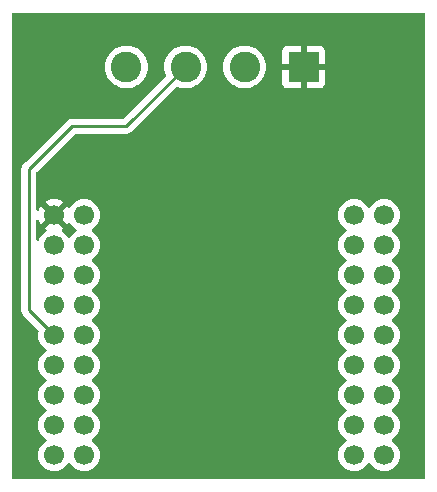
<source format=gbr>
%TF.GenerationSoftware,KiCad,Pcbnew,8.0.5*%
%TF.CreationDate,2024-09-09T20:15:27+02:00*%
%TF.ProjectId,QuinLED-ESP32-Lux,5175696e-4c45-4442-9d45-535033322d4c,rev?*%
%TF.SameCoordinates,Original*%
%TF.FileFunction,Copper,L2,Bot*%
%TF.FilePolarity,Positive*%
%FSLAX46Y46*%
G04 Gerber Fmt 4.6, Leading zero omitted, Abs format (unit mm)*
G04 Created by KiCad (PCBNEW 8.0.5) date 2024-09-09 20:15:27*
%MOMM*%
%LPD*%
G01*
G04 APERTURE LIST*
%TA.AperFunction,ComponentPad*%
%ADD10C,1.700000*%
%TD*%
%TA.AperFunction,ComponentPad*%
%ADD11C,2.600000*%
%TD*%
%TA.AperFunction,ComponentPad*%
%ADD12R,2.600000X2.600000*%
%TD*%
%TA.AperFunction,Conductor*%
%ADD13C,0.250000*%
%TD*%
G04 APERTURE END LIST*
D10*
%TO.P,U1,1,GND*%
%TO.N,GND*%
X128040793Y-78640533D03*
%TO.P,U1,2,GND\u002A*%
%TO.N,unconnected-(U1-GND\u002A-Pad2)*%
X128040793Y-81180533D03*
%TO.P,U1,3,S_VN*%
%TO.N,unconnected-(U1-S_VN-Pad3)*%
X128040793Y-83720533D03*
%TO.P,U1,4,IO35*%
%TO.N,unconnected-(U1-IO35-Pad4)*%
X128040793Y-86260533D03*
%TO.P,U1,5,IO33*%
%TO.N,GPIO33*%
X128040793Y-88800533D03*
%TO.P,U1,6,IO34*%
%TO.N,unconnected-(U1-IO34-Pad6)*%
X128040793Y-91340533D03*
%TO.P,U1,7,IO14*%
%TO.N,unconnected-(U1-IO14-Pad7)*%
X128040793Y-93880533D03*
%TO.P,U1,8,3v3\u002A*%
%TO.N,unconnected-(U1-3v3\u002A-Pad8)*%
X128040793Y-96420533D03*
%TO.P,U1,9,5vF\u002A*%
%TO.N,+5V*%
X128040793Y-98960533D03*
%TO.P,U1,10,EN*%
%TO.N,unconnected-(U1-EN-Pad10)*%
X130580793Y-78640533D03*
%TO.P,U1,11,S_VP*%
%TO.N,unconnected-(U1-S_VP-Pad11)*%
X130580793Y-81180533D03*
%TO.P,U1,12,IO26*%
%TO.N,unconnected-(U1-IO26-Pad12)*%
X130580793Y-83720533D03*
%TO.P,U1,13,IO18*%
%TO.N,unconnected-(U1-IO18-Pad13)*%
X130580793Y-86260533D03*
%TO.P,U1,14,IO19*%
%TO.N,unconnected-(U1-IO19-Pad14)*%
X130580793Y-88800533D03*
%TO.P,U1,15,IO23*%
%TO.N,unconnected-(U1-IO23-Pad15)*%
X130580793Y-91340533D03*
%TO.P,U1,16,IO5*%
%TO.N,unconnected-(U1-IO5-Pad16)*%
X130580793Y-93880533D03*
%TO.P,U1,17,3v3*%
%TO.N,unconnected-(U1-3v3-Pad17)*%
X130580793Y-96420533D03*
%TO.P,U1,18,IO13*%
%TO.N,unconnected-(U1-IO13-Pad18)*%
X130580793Y-98960533D03*
%TO.P,U1,19,TXD*%
%TO.N,unconnected-(U1-TXD-Pad19)*%
X153440793Y-78640533D03*
%TO.P,U1,20,RXD*%
%TO.N,unconnected-(U1-RXD-Pad20)*%
X153440793Y-81180533D03*
%TO.P,U1,21,IO22*%
%TO.N,unconnected-(U1-IO22-Pad21)*%
X153440793Y-83720533D03*
%TO.P,U1,22,IO21*%
%TO.N,unconnected-(U1-IO21-Pad22)*%
X153440793Y-86260533D03*
%TO.P,U1,23,IO17*%
%TO.N,unconnected-(U1-IO17-Pad23)*%
X153440793Y-88800533D03*
%TO.P,U1,24,IO16*%
%TO.N,unconnected-(U1-IO16-Pad24)*%
X153440793Y-91340533D03*
%TO.P,U1,25,GND*%
%TO.N,unconnected-(U1-GND-Pad25)*%
X153440793Y-93880533D03*
%TO.P,U1,26,5v0*%
%TO.N,unconnected-(U1-5v0-Pad26)*%
X153440793Y-96420533D03*
%TO.P,U1,27,IO15*%
%TO.N,unconnected-(U1-IO15-Pad27)*%
X153440793Y-98960533D03*
%TO.P,U1,28,GND*%
%TO.N,unconnected-(U1-GND-Pad28)*%
X155980793Y-78640533D03*
%TO.P,U1,29,IO27*%
%TO.N,unconnected-(U1-IO27-Pad29)*%
X155980793Y-81180533D03*
%TO.P,U1,30,IO25*%
%TO.N,unconnected-(U1-IO25-Pad30)*%
X155980793Y-83720533D03*
%TO.P,U1,31,IO32*%
%TO.N,GPIO32*%
X155980793Y-86260533D03*
%TO.P,U1,32,IO12*%
%TO.N,unconnected-(U1-IO12-Pad32)*%
X155980793Y-88800533D03*
%TO.P,U1,33,IO_4*%
%TO.N,unconnected-(U1-IO_4-Pad33)*%
X155980793Y-91340533D03*
%TO.P,U1,34,IO_0*%
%TO.N,unconnected-(U1-IO_0-Pad34)*%
X155980793Y-93880533D03*
%TO.P,U1,35,IO_2*%
%TO.N,unconnected-(U1-IO_2-Pad35)*%
X155980793Y-96420533D03*
%TO.P,U1,36,NC*%
%TO.N,unconnected-(U1-NC-Pad36)*%
X155980793Y-98960533D03*
%TD*%
D11*
%TO.P,J1,4,Pin_4*%
%TO.N,+5V*%
X134161010Y-66091422D03*
%TO.P,J1,3,Pin_3*%
%TO.N,GPIO33*%
X139161010Y-66091422D03*
%TO.P,J1,2,Pin_2*%
%TO.N,GPIO32*%
X144161010Y-66091422D03*
D12*
%TO.P,J1,1,Pin_1*%
%TO.N,GND*%
X149161010Y-66091422D03*
%TD*%
D13*
%TO.N,GPIO33*%
X134132432Y-71120000D02*
X139161010Y-66091422D01*
X129540000Y-71120000D02*
X134132432Y-71120000D01*
X125898014Y-86657754D02*
X128040793Y-88800533D01*
X129540000Y-71120000D02*
X125944708Y-74715292D01*
X125898014Y-74715292D02*
X125898014Y-86657754D01*
X125944708Y-74715292D02*
X125898014Y-74715292D01*
%TD*%
%TA.AperFunction,Conductor*%
%TO.N,GND*%
G36*
X127574868Y-78833526D02*
G01*
X127640694Y-78947540D01*
X127733786Y-79040632D01*
X127847800Y-79106458D01*
X127911383Y-79123495D01*
X127279418Y-79755458D01*
X127355387Y-79808652D01*
X127399012Y-79863229D01*
X127406206Y-79932727D01*
X127374683Y-79995082D01*
X127355388Y-80011802D01*
X127169387Y-80142041D01*
X127002298Y-80309130D01*
X126866758Y-80502702D01*
X126866757Y-80502704D01*
X126766891Y-80716868D01*
X126765036Y-80721964D01*
X126763596Y-80721439D01*
X126730921Y-80775043D01*
X126668073Y-80805570D01*
X126598697Y-80797273D01*
X126544821Y-80752785D01*
X126523549Y-80686233D01*
X126523514Y-80683286D01*
X126523514Y-79135845D01*
X126543199Y-79068806D01*
X126596003Y-79023051D01*
X126665161Y-79013107D01*
X126728717Y-79042132D01*
X126765273Y-79099015D01*
X126765508Y-79098930D01*
X126765886Y-79099968D01*
X126766491Y-79100910D01*
X126767290Y-79103757D01*
X126767359Y-79104015D01*
X126767363Y-79104025D01*
X126867193Y-79318112D01*
X126867195Y-79318116D01*
X126925865Y-79401906D01*
X126925866Y-79401906D01*
X127557830Y-78769942D01*
X127574868Y-78833526D01*
G37*
%TD.AperFunction*%
%TA.AperFunction,Conductor*%
G36*
X129155718Y-79401906D02*
G01*
X129208912Y-79325938D01*
X129263489Y-79282314D01*
X129332988Y-79275121D01*
X129395342Y-79306643D01*
X129412062Y-79325938D01*
X129542298Y-79511934D01*
X129542299Y-79511935D01*
X129709390Y-79679026D01*
X129709396Y-79679031D01*
X129894951Y-79808958D01*
X129938576Y-79863535D01*
X129945770Y-79933033D01*
X129914247Y-79995388D01*
X129894951Y-80012108D01*
X129709390Y-80142038D01*
X129542298Y-80309130D01*
X129412368Y-80494691D01*
X129357791Y-80538316D01*
X129288293Y-80545510D01*
X129225938Y-80513987D01*
X129209218Y-80494691D01*
X129079287Y-80309130D01*
X128912195Y-80142039D01*
X128912194Y-80142038D01*
X128726198Y-80011802D01*
X128682574Y-79957225D01*
X128675381Y-79887726D01*
X128706903Y-79825372D01*
X128726198Y-79808652D01*
X128802166Y-79755458D01*
X128170202Y-79123495D01*
X128233786Y-79106458D01*
X128347800Y-79040632D01*
X128440892Y-78947540D01*
X128506718Y-78833526D01*
X128523755Y-78769942D01*
X129155718Y-79401906D01*
G37*
%TD.AperFunction*%
%TA.AperFunction,Conductor*%
G36*
X159403039Y-61520448D02*
G01*
X159448794Y-61573252D01*
X159460000Y-61624763D01*
X159460000Y-100836000D01*
X159440315Y-100903039D01*
X159387511Y-100948794D01*
X159336000Y-100960000D01*
X124584000Y-100960000D01*
X124516961Y-100940315D01*
X124471206Y-100887511D01*
X124460000Y-100836000D01*
X124460000Y-74653681D01*
X125272514Y-74653681D01*
X125272514Y-86719365D01*
X125296549Y-86840198D01*
X125296554Y-86840215D01*
X125343699Y-86954034D01*
X125343704Y-86954043D01*
X125377928Y-87005261D01*
X125377929Y-87005263D01*
X125412155Y-87056487D01*
X125503600Y-87147932D01*
X125503622Y-87147952D01*
X126700555Y-88344885D01*
X126734040Y-88406208D01*
X126732649Y-88464659D01*
X126705731Y-88565119D01*
X126705729Y-88565129D01*
X126685134Y-88800532D01*
X126685134Y-88800533D01*
X126705729Y-89035936D01*
X126705731Y-89035946D01*
X126766887Y-89264188D01*
X126766889Y-89264192D01*
X126766890Y-89264196D01*
X126770793Y-89272565D01*
X126866758Y-89478363D01*
X126866760Y-89478367D01*
X126975074Y-89633054D01*
X127002294Y-89671929D01*
X127002299Y-89671935D01*
X127169390Y-89839026D01*
X127169396Y-89839031D01*
X127354951Y-89968958D01*
X127398576Y-90023535D01*
X127405770Y-90093033D01*
X127374247Y-90155388D01*
X127354951Y-90172108D01*
X127169390Y-90302038D01*
X127002298Y-90469130D01*
X126866758Y-90662702D01*
X126866757Y-90662704D01*
X126766891Y-90876868D01*
X126766887Y-90876877D01*
X126705731Y-91105119D01*
X126705729Y-91105129D01*
X126685134Y-91340532D01*
X126685134Y-91340533D01*
X126705729Y-91575936D01*
X126705731Y-91575946D01*
X126766887Y-91804188D01*
X126766889Y-91804192D01*
X126766890Y-91804196D01*
X126770793Y-91812565D01*
X126866758Y-92018363D01*
X126866760Y-92018367D01*
X126975074Y-92173054D01*
X127002294Y-92211929D01*
X127002299Y-92211935D01*
X127169390Y-92379026D01*
X127169396Y-92379031D01*
X127354951Y-92508958D01*
X127398576Y-92563535D01*
X127405770Y-92633033D01*
X127374247Y-92695388D01*
X127354951Y-92712108D01*
X127169390Y-92842038D01*
X127002298Y-93009130D01*
X126866758Y-93202702D01*
X126866757Y-93202704D01*
X126766891Y-93416868D01*
X126766887Y-93416877D01*
X126705731Y-93645119D01*
X126705729Y-93645129D01*
X126685134Y-93880532D01*
X126685134Y-93880533D01*
X126705729Y-94115936D01*
X126705731Y-94115946D01*
X126766887Y-94344188D01*
X126766889Y-94344192D01*
X126766890Y-94344196D01*
X126770793Y-94352565D01*
X126866758Y-94558363D01*
X126866760Y-94558367D01*
X126975074Y-94713054D01*
X127002294Y-94751929D01*
X127002299Y-94751935D01*
X127169390Y-94919026D01*
X127169396Y-94919031D01*
X127354951Y-95048958D01*
X127398576Y-95103535D01*
X127405770Y-95173033D01*
X127374247Y-95235388D01*
X127354951Y-95252108D01*
X127169390Y-95382038D01*
X127002298Y-95549130D01*
X126866758Y-95742702D01*
X126866757Y-95742704D01*
X126766891Y-95956868D01*
X126766887Y-95956877D01*
X126705731Y-96185119D01*
X126705729Y-96185129D01*
X126685134Y-96420532D01*
X126685134Y-96420533D01*
X126705729Y-96655936D01*
X126705731Y-96655946D01*
X126766887Y-96884188D01*
X126766889Y-96884192D01*
X126766890Y-96884196D01*
X126770793Y-96892565D01*
X126866758Y-97098363D01*
X126866760Y-97098367D01*
X126975074Y-97253054D01*
X127002294Y-97291929D01*
X127002299Y-97291935D01*
X127169390Y-97459026D01*
X127169396Y-97459031D01*
X127354951Y-97588958D01*
X127398576Y-97643535D01*
X127405770Y-97713033D01*
X127374247Y-97775388D01*
X127354951Y-97792108D01*
X127169390Y-97922038D01*
X127002298Y-98089130D01*
X126866758Y-98282702D01*
X126866757Y-98282704D01*
X126766891Y-98496868D01*
X126766887Y-98496877D01*
X126705731Y-98725119D01*
X126705729Y-98725129D01*
X126685134Y-98960532D01*
X126685134Y-98960533D01*
X126705729Y-99195936D01*
X126705731Y-99195946D01*
X126766887Y-99424188D01*
X126766889Y-99424192D01*
X126766890Y-99424196D01*
X126770793Y-99432565D01*
X126866758Y-99638363D01*
X126866760Y-99638367D01*
X126975074Y-99793054D01*
X127002298Y-99831934D01*
X127169392Y-99999028D01*
X127266177Y-100066798D01*
X127362958Y-100134565D01*
X127362960Y-100134566D01*
X127362963Y-100134568D01*
X127577130Y-100234436D01*
X127805385Y-100295596D01*
X127993711Y-100312072D01*
X128040792Y-100316192D01*
X128040793Y-100316192D01*
X128040794Y-100316192D01*
X128080027Y-100312759D01*
X128276201Y-100295596D01*
X128504456Y-100234436D01*
X128718623Y-100134568D01*
X128912194Y-99999028D01*
X129079288Y-99831934D01*
X129209218Y-99646375D01*
X129263795Y-99602750D01*
X129333293Y-99595556D01*
X129395648Y-99627079D01*
X129412368Y-99646375D01*
X129542293Y-99831928D01*
X129542298Y-99831934D01*
X129709392Y-99999028D01*
X129806177Y-100066798D01*
X129902958Y-100134565D01*
X129902960Y-100134566D01*
X129902963Y-100134568D01*
X130117130Y-100234436D01*
X130345385Y-100295596D01*
X130533711Y-100312072D01*
X130580792Y-100316192D01*
X130580793Y-100316192D01*
X130580794Y-100316192D01*
X130620027Y-100312759D01*
X130816201Y-100295596D01*
X131044456Y-100234436D01*
X131258623Y-100134568D01*
X131452194Y-99999028D01*
X131619288Y-99831934D01*
X131754828Y-99638363D01*
X131854696Y-99424196D01*
X131915856Y-99195941D01*
X131936452Y-98960533D01*
X131915856Y-98725125D01*
X131854696Y-98496870D01*
X131754828Y-98282704D01*
X131749218Y-98274691D01*
X131619287Y-98089130D01*
X131452195Y-97922039D01*
X131452189Y-97922034D01*
X131266635Y-97792108D01*
X131223010Y-97737531D01*
X131215816Y-97668033D01*
X131247339Y-97605678D01*
X131266635Y-97588958D01*
X131288819Y-97573424D01*
X131452194Y-97459028D01*
X131619288Y-97291934D01*
X131754828Y-97098363D01*
X131854696Y-96884196D01*
X131915856Y-96655941D01*
X131936452Y-96420533D01*
X131915856Y-96185125D01*
X131854696Y-95956870D01*
X131754828Y-95742704D01*
X131749218Y-95734691D01*
X131619287Y-95549130D01*
X131452195Y-95382039D01*
X131452189Y-95382034D01*
X131266635Y-95252108D01*
X131223010Y-95197531D01*
X131215816Y-95128033D01*
X131247339Y-95065678D01*
X131266635Y-95048958D01*
X131288819Y-95033424D01*
X131452194Y-94919028D01*
X131619288Y-94751934D01*
X131754828Y-94558363D01*
X131854696Y-94344196D01*
X131915856Y-94115941D01*
X131936452Y-93880533D01*
X131915856Y-93645125D01*
X131854696Y-93416870D01*
X131754828Y-93202704D01*
X131749218Y-93194691D01*
X131619287Y-93009130D01*
X131452195Y-92842039D01*
X131452189Y-92842034D01*
X131266635Y-92712108D01*
X131223010Y-92657531D01*
X131215816Y-92588033D01*
X131247339Y-92525678D01*
X131266635Y-92508958D01*
X131288819Y-92493424D01*
X131452194Y-92379028D01*
X131619288Y-92211934D01*
X131754828Y-92018363D01*
X131854696Y-91804196D01*
X131915856Y-91575941D01*
X131936452Y-91340533D01*
X131915856Y-91105125D01*
X131854696Y-90876870D01*
X131754828Y-90662704D01*
X131749218Y-90654691D01*
X131619287Y-90469130D01*
X131452195Y-90302039D01*
X131452189Y-90302034D01*
X131266635Y-90172108D01*
X131223010Y-90117531D01*
X131215816Y-90048033D01*
X131247339Y-89985678D01*
X131266635Y-89968958D01*
X131288819Y-89953424D01*
X131452194Y-89839028D01*
X131619288Y-89671934D01*
X131754828Y-89478363D01*
X131854696Y-89264196D01*
X131915856Y-89035941D01*
X131936452Y-88800533D01*
X131915856Y-88565125D01*
X131854696Y-88336870D01*
X131754828Y-88122704D01*
X131749218Y-88114691D01*
X131619287Y-87929130D01*
X131452195Y-87762039D01*
X131452189Y-87762034D01*
X131266635Y-87632108D01*
X131223010Y-87577531D01*
X131215816Y-87508033D01*
X131247339Y-87445678D01*
X131266635Y-87428958D01*
X131288819Y-87413424D01*
X131452194Y-87299028D01*
X131619288Y-87131934D01*
X131754828Y-86938363D01*
X131854696Y-86724196D01*
X131915856Y-86495941D01*
X131936452Y-86260533D01*
X131915856Y-86025125D01*
X131854696Y-85796870D01*
X131754828Y-85582704D01*
X131749218Y-85574691D01*
X131619287Y-85389130D01*
X131452195Y-85222039D01*
X131452189Y-85222034D01*
X131266635Y-85092108D01*
X131223010Y-85037531D01*
X131215816Y-84968033D01*
X131247339Y-84905678D01*
X131266635Y-84888958D01*
X131288819Y-84873424D01*
X131452194Y-84759028D01*
X131619288Y-84591934D01*
X131754828Y-84398363D01*
X131854696Y-84184196D01*
X131915856Y-83955941D01*
X131936452Y-83720533D01*
X131915856Y-83485125D01*
X131854696Y-83256870D01*
X131754828Y-83042704D01*
X131749218Y-83034691D01*
X131619287Y-82849130D01*
X131452195Y-82682039D01*
X131452189Y-82682034D01*
X131266635Y-82552108D01*
X131223010Y-82497531D01*
X131215816Y-82428033D01*
X131247339Y-82365678D01*
X131266635Y-82348958D01*
X131288819Y-82333424D01*
X131452194Y-82219028D01*
X131619288Y-82051934D01*
X131754828Y-81858363D01*
X131854696Y-81644196D01*
X131915856Y-81415941D01*
X131936452Y-81180533D01*
X131915856Y-80945125D01*
X131854696Y-80716870D01*
X131754828Y-80502704D01*
X131749218Y-80494691D01*
X131619287Y-80309130D01*
X131452195Y-80142039D01*
X131452189Y-80142034D01*
X131266635Y-80012108D01*
X131223010Y-79957531D01*
X131215816Y-79888033D01*
X131247339Y-79825678D01*
X131266635Y-79808958D01*
X131343041Y-79755458D01*
X131452194Y-79679028D01*
X131619288Y-79511934D01*
X131754828Y-79318363D01*
X131854696Y-79104196D01*
X131915856Y-78875941D01*
X131936452Y-78640533D01*
X131936452Y-78640532D01*
X152085134Y-78640532D01*
X152085134Y-78640533D01*
X152105729Y-78875936D01*
X152105731Y-78875946D01*
X152166887Y-79104188D01*
X152166889Y-79104192D01*
X152166890Y-79104196D01*
X152246594Y-79275121D01*
X152266758Y-79318363D01*
X152266760Y-79318367D01*
X152325255Y-79401906D01*
X152402297Y-79511933D01*
X152402299Y-79511935D01*
X152569390Y-79679026D01*
X152569396Y-79679031D01*
X152754951Y-79808958D01*
X152798576Y-79863535D01*
X152805770Y-79933033D01*
X152774247Y-79995388D01*
X152754951Y-80012108D01*
X152569390Y-80142038D01*
X152402298Y-80309130D01*
X152266758Y-80502702D01*
X152266757Y-80502704D01*
X152166891Y-80716868D01*
X152166887Y-80716877D01*
X152105731Y-80945119D01*
X152105729Y-80945129D01*
X152085134Y-81180532D01*
X152085134Y-81180533D01*
X152105729Y-81415936D01*
X152105731Y-81415946D01*
X152166887Y-81644188D01*
X152166889Y-81644192D01*
X152166890Y-81644196D01*
X152246797Y-81815556D01*
X152266758Y-81858363D01*
X152266760Y-81858367D01*
X152375074Y-82013054D01*
X152402294Y-82051929D01*
X152402299Y-82051935D01*
X152569390Y-82219026D01*
X152569396Y-82219031D01*
X152754951Y-82348958D01*
X152798576Y-82403535D01*
X152805770Y-82473033D01*
X152774247Y-82535388D01*
X152754951Y-82552108D01*
X152569390Y-82682038D01*
X152402298Y-82849130D01*
X152266758Y-83042702D01*
X152266757Y-83042704D01*
X152166891Y-83256868D01*
X152166887Y-83256877D01*
X152105731Y-83485119D01*
X152105729Y-83485129D01*
X152085134Y-83720532D01*
X152085134Y-83720533D01*
X152105729Y-83955936D01*
X152105731Y-83955946D01*
X152166887Y-84184188D01*
X152166889Y-84184192D01*
X152166890Y-84184196D01*
X152246797Y-84355556D01*
X152266758Y-84398363D01*
X152266760Y-84398367D01*
X152375074Y-84553054D01*
X152402294Y-84591929D01*
X152402299Y-84591935D01*
X152569390Y-84759026D01*
X152569396Y-84759031D01*
X152754951Y-84888958D01*
X152798576Y-84943535D01*
X152805770Y-85013033D01*
X152774247Y-85075388D01*
X152754951Y-85092108D01*
X152569390Y-85222038D01*
X152402298Y-85389130D01*
X152266758Y-85582702D01*
X152266757Y-85582704D01*
X152166891Y-85796868D01*
X152166887Y-85796877D01*
X152105731Y-86025119D01*
X152105729Y-86025129D01*
X152085134Y-86260532D01*
X152085134Y-86260533D01*
X152105729Y-86495936D01*
X152105731Y-86495946D01*
X152166887Y-86724188D01*
X152166889Y-86724192D01*
X152166890Y-86724196D01*
X152170793Y-86732565D01*
X152266758Y-86938363D01*
X152266760Y-86938367D01*
X152349469Y-87056487D01*
X152402294Y-87131929D01*
X152402299Y-87131935D01*
X152569390Y-87299026D01*
X152569396Y-87299031D01*
X152754951Y-87428958D01*
X152798576Y-87483535D01*
X152805770Y-87553033D01*
X152774247Y-87615388D01*
X152754951Y-87632108D01*
X152569390Y-87762038D01*
X152402298Y-87929130D01*
X152266758Y-88122702D01*
X152266757Y-88122704D01*
X152166891Y-88336868D01*
X152166887Y-88336877D01*
X152105731Y-88565119D01*
X152105729Y-88565129D01*
X152085134Y-88800532D01*
X152085134Y-88800533D01*
X152105729Y-89035936D01*
X152105731Y-89035946D01*
X152166887Y-89264188D01*
X152166889Y-89264192D01*
X152166890Y-89264196D01*
X152170793Y-89272565D01*
X152266758Y-89478363D01*
X152266760Y-89478367D01*
X152375074Y-89633054D01*
X152402294Y-89671929D01*
X152402299Y-89671935D01*
X152569390Y-89839026D01*
X152569396Y-89839031D01*
X152754951Y-89968958D01*
X152798576Y-90023535D01*
X152805770Y-90093033D01*
X152774247Y-90155388D01*
X152754951Y-90172108D01*
X152569390Y-90302038D01*
X152402298Y-90469130D01*
X152266758Y-90662702D01*
X152266757Y-90662704D01*
X152166891Y-90876868D01*
X152166887Y-90876877D01*
X152105731Y-91105119D01*
X152105729Y-91105129D01*
X152085134Y-91340532D01*
X152085134Y-91340533D01*
X152105729Y-91575936D01*
X152105731Y-91575946D01*
X152166887Y-91804188D01*
X152166889Y-91804192D01*
X152166890Y-91804196D01*
X152170793Y-91812565D01*
X152266758Y-92018363D01*
X152266760Y-92018367D01*
X152375074Y-92173054D01*
X152402294Y-92211929D01*
X152402299Y-92211935D01*
X152569390Y-92379026D01*
X152569396Y-92379031D01*
X152754951Y-92508958D01*
X152798576Y-92563535D01*
X152805770Y-92633033D01*
X152774247Y-92695388D01*
X152754951Y-92712108D01*
X152569390Y-92842038D01*
X152402298Y-93009130D01*
X152266758Y-93202702D01*
X152266757Y-93202704D01*
X152166891Y-93416868D01*
X152166887Y-93416877D01*
X152105731Y-93645119D01*
X152105729Y-93645129D01*
X152085134Y-93880532D01*
X152085134Y-93880533D01*
X152105729Y-94115936D01*
X152105731Y-94115946D01*
X152166887Y-94344188D01*
X152166889Y-94344192D01*
X152166890Y-94344196D01*
X152170793Y-94352565D01*
X152266758Y-94558363D01*
X152266760Y-94558367D01*
X152375074Y-94713054D01*
X152402294Y-94751929D01*
X152402299Y-94751935D01*
X152569390Y-94919026D01*
X152569396Y-94919031D01*
X152754951Y-95048958D01*
X152798576Y-95103535D01*
X152805770Y-95173033D01*
X152774247Y-95235388D01*
X152754951Y-95252108D01*
X152569390Y-95382038D01*
X152402298Y-95549130D01*
X152266758Y-95742702D01*
X152266757Y-95742704D01*
X152166891Y-95956868D01*
X152166887Y-95956877D01*
X152105731Y-96185119D01*
X152105729Y-96185129D01*
X152085134Y-96420532D01*
X152085134Y-96420533D01*
X152105729Y-96655936D01*
X152105731Y-96655946D01*
X152166887Y-96884188D01*
X152166889Y-96884192D01*
X152166890Y-96884196D01*
X152170793Y-96892565D01*
X152266758Y-97098363D01*
X152266760Y-97098367D01*
X152375074Y-97253054D01*
X152402294Y-97291929D01*
X152402299Y-97291935D01*
X152569390Y-97459026D01*
X152569396Y-97459031D01*
X152754951Y-97588958D01*
X152798576Y-97643535D01*
X152805770Y-97713033D01*
X152774247Y-97775388D01*
X152754951Y-97792108D01*
X152569390Y-97922038D01*
X152402298Y-98089130D01*
X152266758Y-98282702D01*
X152266757Y-98282704D01*
X152166891Y-98496868D01*
X152166887Y-98496877D01*
X152105731Y-98725119D01*
X152105729Y-98725129D01*
X152085134Y-98960532D01*
X152085134Y-98960533D01*
X152105729Y-99195936D01*
X152105731Y-99195946D01*
X152166887Y-99424188D01*
X152166889Y-99424192D01*
X152166890Y-99424196D01*
X152170793Y-99432565D01*
X152266758Y-99638363D01*
X152266760Y-99638367D01*
X152375074Y-99793054D01*
X152402298Y-99831934D01*
X152569392Y-99999028D01*
X152666177Y-100066798D01*
X152762958Y-100134565D01*
X152762960Y-100134566D01*
X152762963Y-100134568D01*
X152977130Y-100234436D01*
X153205385Y-100295596D01*
X153393711Y-100312072D01*
X153440792Y-100316192D01*
X153440793Y-100316192D01*
X153440794Y-100316192D01*
X153480027Y-100312759D01*
X153676201Y-100295596D01*
X153904456Y-100234436D01*
X154118623Y-100134568D01*
X154312194Y-99999028D01*
X154479288Y-99831934D01*
X154609218Y-99646375D01*
X154663795Y-99602750D01*
X154733293Y-99595556D01*
X154795648Y-99627079D01*
X154812368Y-99646375D01*
X154942293Y-99831928D01*
X154942298Y-99831934D01*
X155109392Y-99999028D01*
X155206177Y-100066798D01*
X155302958Y-100134565D01*
X155302960Y-100134566D01*
X155302963Y-100134568D01*
X155517130Y-100234436D01*
X155745385Y-100295596D01*
X155933711Y-100312072D01*
X155980792Y-100316192D01*
X155980793Y-100316192D01*
X155980794Y-100316192D01*
X156020027Y-100312759D01*
X156216201Y-100295596D01*
X156444456Y-100234436D01*
X156658623Y-100134568D01*
X156852194Y-99999028D01*
X157019288Y-99831934D01*
X157154828Y-99638363D01*
X157254696Y-99424196D01*
X157315856Y-99195941D01*
X157336452Y-98960533D01*
X157315856Y-98725125D01*
X157254696Y-98496870D01*
X157154828Y-98282704D01*
X157149218Y-98274691D01*
X157019287Y-98089130D01*
X156852195Y-97922039D01*
X156852189Y-97922034D01*
X156666635Y-97792108D01*
X156623010Y-97737531D01*
X156615816Y-97668033D01*
X156647339Y-97605678D01*
X156666635Y-97588958D01*
X156688819Y-97573424D01*
X156852194Y-97459028D01*
X157019288Y-97291934D01*
X157154828Y-97098363D01*
X157254696Y-96884196D01*
X157315856Y-96655941D01*
X157336452Y-96420533D01*
X157315856Y-96185125D01*
X157254696Y-95956870D01*
X157154828Y-95742704D01*
X157149218Y-95734691D01*
X157019287Y-95549130D01*
X156852195Y-95382039D01*
X156852189Y-95382034D01*
X156666635Y-95252108D01*
X156623010Y-95197531D01*
X156615816Y-95128033D01*
X156647339Y-95065678D01*
X156666635Y-95048958D01*
X156688819Y-95033424D01*
X156852194Y-94919028D01*
X157019288Y-94751934D01*
X157154828Y-94558363D01*
X157254696Y-94344196D01*
X157315856Y-94115941D01*
X157336452Y-93880533D01*
X157315856Y-93645125D01*
X157254696Y-93416870D01*
X157154828Y-93202704D01*
X157149218Y-93194691D01*
X157019287Y-93009130D01*
X156852195Y-92842039D01*
X156852189Y-92842034D01*
X156666635Y-92712108D01*
X156623010Y-92657531D01*
X156615816Y-92588033D01*
X156647339Y-92525678D01*
X156666635Y-92508958D01*
X156688819Y-92493424D01*
X156852194Y-92379028D01*
X157019288Y-92211934D01*
X157154828Y-92018363D01*
X157254696Y-91804196D01*
X157315856Y-91575941D01*
X157336452Y-91340533D01*
X157315856Y-91105125D01*
X157254696Y-90876870D01*
X157154828Y-90662704D01*
X157149218Y-90654691D01*
X157019287Y-90469130D01*
X156852195Y-90302039D01*
X156852189Y-90302034D01*
X156666635Y-90172108D01*
X156623010Y-90117531D01*
X156615816Y-90048033D01*
X156647339Y-89985678D01*
X156666635Y-89968958D01*
X156688819Y-89953424D01*
X156852194Y-89839028D01*
X157019288Y-89671934D01*
X157154828Y-89478363D01*
X157254696Y-89264196D01*
X157315856Y-89035941D01*
X157336452Y-88800533D01*
X157315856Y-88565125D01*
X157254696Y-88336870D01*
X157154828Y-88122704D01*
X157149218Y-88114691D01*
X157019287Y-87929130D01*
X156852195Y-87762039D01*
X156852189Y-87762034D01*
X156666635Y-87632108D01*
X156623010Y-87577531D01*
X156615816Y-87508033D01*
X156647339Y-87445678D01*
X156666635Y-87428958D01*
X156688819Y-87413424D01*
X156852194Y-87299028D01*
X157019288Y-87131934D01*
X157154828Y-86938363D01*
X157254696Y-86724196D01*
X157315856Y-86495941D01*
X157336452Y-86260533D01*
X157315856Y-86025125D01*
X157254696Y-85796870D01*
X157154828Y-85582704D01*
X157149218Y-85574691D01*
X157019287Y-85389130D01*
X156852195Y-85222039D01*
X156852189Y-85222034D01*
X156666635Y-85092108D01*
X156623010Y-85037531D01*
X156615816Y-84968033D01*
X156647339Y-84905678D01*
X156666635Y-84888958D01*
X156688819Y-84873424D01*
X156852194Y-84759028D01*
X157019288Y-84591934D01*
X157154828Y-84398363D01*
X157254696Y-84184196D01*
X157315856Y-83955941D01*
X157336452Y-83720533D01*
X157315856Y-83485125D01*
X157254696Y-83256870D01*
X157154828Y-83042704D01*
X157149218Y-83034691D01*
X157019287Y-82849130D01*
X156852195Y-82682039D01*
X156852189Y-82682034D01*
X156666635Y-82552108D01*
X156623010Y-82497531D01*
X156615816Y-82428033D01*
X156647339Y-82365678D01*
X156666635Y-82348958D01*
X156688819Y-82333424D01*
X156852194Y-82219028D01*
X157019288Y-82051934D01*
X157154828Y-81858363D01*
X157254696Y-81644196D01*
X157315856Y-81415941D01*
X157336452Y-81180533D01*
X157315856Y-80945125D01*
X157254696Y-80716870D01*
X157154828Y-80502704D01*
X157149218Y-80494691D01*
X157019287Y-80309130D01*
X156852195Y-80142039D01*
X156852189Y-80142034D01*
X156666635Y-80012108D01*
X156623010Y-79957531D01*
X156615816Y-79888033D01*
X156647339Y-79825678D01*
X156666635Y-79808958D01*
X156743041Y-79755458D01*
X156852194Y-79679028D01*
X157019288Y-79511934D01*
X157154828Y-79318363D01*
X157254696Y-79104196D01*
X157315856Y-78875941D01*
X157336452Y-78640533D01*
X157315856Y-78405125D01*
X157254815Y-78177314D01*
X157254698Y-78176877D01*
X157254697Y-78176876D01*
X157254696Y-78176870D01*
X157154828Y-77962704D01*
X157149524Y-77955128D01*
X157019287Y-77769130D01*
X156852195Y-77602039D01*
X156852188Y-77602034D01*
X156658627Y-77466500D01*
X156658623Y-77466498D01*
X156658621Y-77466497D01*
X156444456Y-77366630D01*
X156444452Y-77366629D01*
X156444448Y-77366627D01*
X156216206Y-77305471D01*
X156216196Y-77305469D01*
X155980794Y-77284874D01*
X155980792Y-77284874D01*
X155745389Y-77305469D01*
X155745379Y-77305471D01*
X155517137Y-77366627D01*
X155517128Y-77366631D01*
X155302964Y-77466497D01*
X155302962Y-77466498D01*
X155109390Y-77602038D01*
X154942298Y-77769130D01*
X154812368Y-77954691D01*
X154757791Y-77998316D01*
X154688293Y-78005510D01*
X154625938Y-77973987D01*
X154609218Y-77954691D01*
X154479287Y-77769130D01*
X154312195Y-77602039D01*
X154312188Y-77602034D01*
X154118627Y-77466500D01*
X154118623Y-77466498D01*
X154118621Y-77466497D01*
X153904456Y-77366630D01*
X153904452Y-77366629D01*
X153904448Y-77366627D01*
X153676206Y-77305471D01*
X153676196Y-77305469D01*
X153440794Y-77284874D01*
X153440792Y-77284874D01*
X153205389Y-77305469D01*
X153205379Y-77305471D01*
X152977137Y-77366627D01*
X152977128Y-77366631D01*
X152762964Y-77466497D01*
X152762962Y-77466498D01*
X152569390Y-77602038D01*
X152402298Y-77769130D01*
X152266758Y-77962702D01*
X152266757Y-77962704D01*
X152166891Y-78176868D01*
X152166887Y-78176877D01*
X152105731Y-78405119D01*
X152105729Y-78405129D01*
X152085134Y-78640532D01*
X131936452Y-78640532D01*
X131915856Y-78405125D01*
X131854815Y-78177314D01*
X131854698Y-78176877D01*
X131854697Y-78176876D01*
X131854696Y-78176870D01*
X131754828Y-77962704D01*
X131749524Y-77955128D01*
X131619287Y-77769130D01*
X131452195Y-77602039D01*
X131452188Y-77602034D01*
X131258627Y-77466500D01*
X131258623Y-77466498D01*
X131258621Y-77466497D01*
X131044456Y-77366630D01*
X131044452Y-77366629D01*
X131044448Y-77366627D01*
X130816206Y-77305471D01*
X130816196Y-77305469D01*
X130580794Y-77284874D01*
X130580792Y-77284874D01*
X130345389Y-77305469D01*
X130345379Y-77305471D01*
X130117137Y-77366627D01*
X130117128Y-77366631D01*
X129902964Y-77466497D01*
X129902962Y-77466498D01*
X129709390Y-77602038D01*
X129542298Y-77769130D01*
X129412062Y-77955128D01*
X129357485Y-77998753D01*
X129287987Y-78005947D01*
X129225632Y-77974424D01*
X129208912Y-77955128D01*
X129155718Y-77879159D01*
X129155718Y-77879158D01*
X128523755Y-78511122D01*
X128506718Y-78447540D01*
X128440892Y-78333526D01*
X128347800Y-78240434D01*
X128233786Y-78174608D01*
X128170203Y-78157570D01*
X128802166Y-77525606D01*
X128802166Y-77525605D01*
X128718376Y-77466935D01*
X128718372Y-77466933D01*
X128504285Y-77367103D01*
X128504276Y-77367099D01*
X128276119Y-77305965D01*
X128276108Y-77305963D01*
X128040795Y-77285376D01*
X128040791Y-77285376D01*
X127805477Y-77305963D01*
X127805466Y-77305965D01*
X127577309Y-77367099D01*
X127577300Y-77367103D01*
X127363212Y-77466934D01*
X127279418Y-77525605D01*
X127911383Y-78157570D01*
X127847800Y-78174608D01*
X127733786Y-78240434D01*
X127640694Y-78333526D01*
X127574868Y-78447540D01*
X127557830Y-78511122D01*
X126925866Y-77879158D01*
X126925865Y-77879158D01*
X126867194Y-77962952D01*
X126767363Y-78177040D01*
X126767360Y-78177047D01*
X126767289Y-78177314D01*
X126767225Y-78177418D01*
X126765508Y-78182136D01*
X126764560Y-78181790D01*
X126730924Y-78236974D01*
X126668077Y-78267503D01*
X126598701Y-78259208D01*
X126544823Y-78214723D01*
X126523549Y-78148171D01*
X126523514Y-78145220D01*
X126523514Y-75072438D01*
X126543199Y-75005399D01*
X126559833Y-74984757D01*
X129762772Y-71781819D01*
X129824095Y-71748334D01*
X129850453Y-71745500D01*
X134194039Y-71745500D01*
X134254461Y-71733481D01*
X134314884Y-71721463D01*
X134314887Y-71721461D01*
X134314890Y-71721461D01*
X134348219Y-71707654D01*
X134348218Y-71707654D01*
X134348224Y-71707652D01*
X134428718Y-71674312D01*
X134479941Y-71640084D01*
X134531165Y-71605858D01*
X134618290Y-71518733D01*
X134618291Y-71518731D01*
X134625357Y-71511665D01*
X134625360Y-71511661D01*
X138347020Y-67790000D01*
X138408341Y-67756517D01*
X138478033Y-67761501D01*
X138488496Y-67765961D01*
X138501369Y-67772160D01*
X138759238Y-67851702D01*
X138759239Y-67851702D01*
X138759242Y-67851703D01*
X139026073Y-67891921D01*
X139026078Y-67891921D01*
X139026081Y-67891922D01*
X139026082Y-67891922D01*
X139295938Y-67891922D01*
X139295939Y-67891922D01*
X139295946Y-67891921D01*
X139562777Y-67851703D01*
X139562778Y-67851702D01*
X139562782Y-67851702D01*
X139820651Y-67772160D01*
X140063785Y-67655073D01*
X140286751Y-67503057D01*
X140484571Y-67319507D01*
X140652825Y-67108524D01*
X140787753Y-66874820D01*
X140886344Y-66623617D01*
X140946393Y-66360525D01*
X140966559Y-66091422D01*
X140966559Y-66091417D01*
X142355461Y-66091417D01*
X142355461Y-66091426D01*
X142375626Y-66360523D01*
X142435674Y-66623610D01*
X142435676Y-66623617D01*
X142534266Y-66874818D01*
X142534268Y-66874822D01*
X142550310Y-66902608D01*
X142669195Y-67108524D01*
X142805090Y-67278931D01*
X142837452Y-67319511D01*
X143024193Y-67492780D01*
X143035269Y-67503057D01*
X143258236Y-67655073D01*
X143501369Y-67772160D01*
X143759238Y-67851702D01*
X143759239Y-67851702D01*
X143759242Y-67851703D01*
X144026073Y-67891921D01*
X144026078Y-67891921D01*
X144026081Y-67891922D01*
X144026082Y-67891922D01*
X144295938Y-67891922D01*
X144295939Y-67891922D01*
X144295946Y-67891921D01*
X144562777Y-67851703D01*
X144562778Y-67851702D01*
X144562782Y-67851702D01*
X144820651Y-67772160D01*
X145063785Y-67655073D01*
X145286751Y-67503057D01*
X145484571Y-67319507D01*
X145652825Y-67108524D01*
X145787753Y-66874820D01*
X145886344Y-66623617D01*
X145946393Y-66360525D01*
X145966559Y-66091422D01*
X145946393Y-65822319D01*
X145886344Y-65559227D01*
X145787753Y-65308024D01*
X145652825Y-65074320D01*
X145484571Y-64863337D01*
X145484570Y-64863336D01*
X145484567Y-64863332D01*
X145355501Y-64743577D01*
X147361010Y-64743577D01*
X147361010Y-65841422D01*
X148561009Y-65841422D01*
X148535989Y-65901824D01*
X148511010Y-66027403D01*
X148511010Y-66155441D01*
X148535989Y-66281020D01*
X148561009Y-66341422D01*
X147361010Y-66341422D01*
X147361010Y-67439266D01*
X147367411Y-67498794D01*
X147367413Y-67498801D01*
X147417655Y-67633508D01*
X147417659Y-67633515D01*
X147503819Y-67748609D01*
X147503822Y-67748612D01*
X147618916Y-67834772D01*
X147618923Y-67834776D01*
X147753630Y-67885018D01*
X147753637Y-67885020D01*
X147813165Y-67891421D01*
X147813182Y-67891422D01*
X148911010Y-67891422D01*
X148911010Y-66691423D01*
X148971412Y-66716443D01*
X149096991Y-66741422D01*
X149225029Y-66741422D01*
X149350608Y-66716443D01*
X149411010Y-66691423D01*
X149411010Y-67891422D01*
X150508838Y-67891422D01*
X150508854Y-67891421D01*
X150568382Y-67885020D01*
X150568389Y-67885018D01*
X150703096Y-67834776D01*
X150703103Y-67834772D01*
X150818197Y-67748612D01*
X150818200Y-67748609D01*
X150904360Y-67633515D01*
X150904364Y-67633508D01*
X150954606Y-67498801D01*
X150954608Y-67498794D01*
X150961009Y-67439266D01*
X150961010Y-67439249D01*
X150961010Y-66341422D01*
X149761011Y-66341422D01*
X149786031Y-66281020D01*
X149811010Y-66155441D01*
X149811010Y-66027403D01*
X149786031Y-65901824D01*
X149761011Y-65841422D01*
X150961010Y-65841422D01*
X150961010Y-64743594D01*
X150961009Y-64743577D01*
X150954608Y-64684049D01*
X150954606Y-64684042D01*
X150904364Y-64549335D01*
X150904360Y-64549328D01*
X150818200Y-64434234D01*
X150818197Y-64434231D01*
X150703103Y-64348071D01*
X150703096Y-64348067D01*
X150568389Y-64297825D01*
X150568382Y-64297823D01*
X150508854Y-64291422D01*
X149411010Y-64291422D01*
X149411010Y-65491420D01*
X149350608Y-65466401D01*
X149225029Y-65441422D01*
X149096991Y-65441422D01*
X148971412Y-65466401D01*
X148911010Y-65491420D01*
X148911010Y-64291422D01*
X147813165Y-64291422D01*
X147753637Y-64297823D01*
X147753630Y-64297825D01*
X147618923Y-64348067D01*
X147618916Y-64348071D01*
X147503822Y-64434231D01*
X147503819Y-64434234D01*
X147417659Y-64549328D01*
X147417655Y-64549335D01*
X147367413Y-64684042D01*
X147367411Y-64684049D01*
X147361010Y-64743577D01*
X145355501Y-64743577D01*
X145286751Y-64679787D01*
X145063785Y-64527771D01*
X145063779Y-64527768D01*
X145063778Y-64527767D01*
X145063777Y-64527766D01*
X144820653Y-64410685D01*
X144820655Y-64410685D01*
X144562783Y-64331142D01*
X144562777Y-64331140D01*
X144295946Y-64290922D01*
X144295939Y-64290922D01*
X144026081Y-64290922D01*
X144026073Y-64290922D01*
X143759242Y-64331140D01*
X143759236Y-64331142D01*
X143501368Y-64410684D01*
X143258240Y-64527768D01*
X143035268Y-64679787D01*
X142837452Y-64863332D01*
X142669195Y-65074320D01*
X142534268Y-65308021D01*
X142534266Y-65308025D01*
X142435676Y-65559226D01*
X142435674Y-65559233D01*
X142375626Y-65822320D01*
X142355461Y-66091417D01*
X140966559Y-66091417D01*
X140946393Y-65822319D01*
X140886344Y-65559227D01*
X140787753Y-65308024D01*
X140652825Y-65074320D01*
X140484571Y-64863337D01*
X140484570Y-64863336D01*
X140484567Y-64863332D01*
X140286751Y-64679787D01*
X140063785Y-64527771D01*
X140063779Y-64527768D01*
X140063778Y-64527767D01*
X140063777Y-64527766D01*
X139820653Y-64410685D01*
X139820655Y-64410685D01*
X139562783Y-64331142D01*
X139562777Y-64331140D01*
X139295946Y-64290922D01*
X139295939Y-64290922D01*
X139026081Y-64290922D01*
X139026073Y-64290922D01*
X138759242Y-64331140D01*
X138759236Y-64331142D01*
X138501368Y-64410684D01*
X138258240Y-64527768D01*
X138035268Y-64679787D01*
X137837452Y-64863332D01*
X137669195Y-65074320D01*
X137534268Y-65308021D01*
X137534266Y-65308025D01*
X137435676Y-65559226D01*
X137435674Y-65559233D01*
X137375626Y-65822320D01*
X137355461Y-66091417D01*
X137355461Y-66091426D01*
X137375626Y-66360523D01*
X137408779Y-66505773D01*
X137435676Y-66623617D01*
X137435678Y-66623622D01*
X137492980Y-66769625D01*
X137499149Y-66839222D01*
X137466711Y-66901105D01*
X137465233Y-66902608D01*
X133909661Y-70458181D01*
X133848338Y-70491666D01*
X133821980Y-70494500D01*
X129607741Y-70494500D01*
X129607721Y-70494499D01*
X129601607Y-70494499D01*
X129478394Y-70494499D01*
X129377597Y-70514548D01*
X129377592Y-70514548D01*
X129357549Y-70518536D01*
X129357547Y-70518536D01*
X129310397Y-70538067D01*
X129243719Y-70565685D01*
X129243717Y-70565686D01*
X129141266Y-70634141D01*
X129141263Y-70634144D01*
X125640849Y-74134559D01*
X125606703Y-74157379D01*
X125607095Y-74158112D01*
X125601728Y-74160980D01*
X125499281Y-74229433D01*
X125499277Y-74229436D01*
X125412158Y-74316555D01*
X125412155Y-74316559D01*
X125343706Y-74418999D01*
X125343701Y-74419008D01*
X125296552Y-74532837D01*
X125296549Y-74532847D01*
X125272514Y-74653681D01*
X124460000Y-74653681D01*
X124460000Y-66091417D01*
X132355461Y-66091417D01*
X132355461Y-66091426D01*
X132375626Y-66360523D01*
X132435674Y-66623610D01*
X132435676Y-66623617D01*
X132534266Y-66874818D01*
X132534268Y-66874822D01*
X132550310Y-66902608D01*
X132669195Y-67108524D01*
X132805090Y-67278931D01*
X132837452Y-67319511D01*
X133024193Y-67492780D01*
X133035269Y-67503057D01*
X133258236Y-67655073D01*
X133501369Y-67772160D01*
X133759238Y-67851702D01*
X133759239Y-67851702D01*
X133759242Y-67851703D01*
X134026073Y-67891921D01*
X134026078Y-67891921D01*
X134026081Y-67891922D01*
X134026082Y-67891922D01*
X134295938Y-67891922D01*
X134295939Y-67891922D01*
X134295946Y-67891921D01*
X134562777Y-67851703D01*
X134562778Y-67851702D01*
X134562782Y-67851702D01*
X134820651Y-67772160D01*
X135063785Y-67655073D01*
X135286751Y-67503057D01*
X135484571Y-67319507D01*
X135652825Y-67108524D01*
X135787753Y-66874820D01*
X135886344Y-66623617D01*
X135946393Y-66360525D01*
X135966559Y-66091422D01*
X135946393Y-65822319D01*
X135886344Y-65559227D01*
X135787753Y-65308024D01*
X135652825Y-65074320D01*
X135484571Y-64863337D01*
X135484570Y-64863336D01*
X135484567Y-64863332D01*
X135286751Y-64679787D01*
X135063785Y-64527771D01*
X135063779Y-64527768D01*
X135063778Y-64527767D01*
X135063777Y-64527766D01*
X134820653Y-64410685D01*
X134820655Y-64410685D01*
X134562783Y-64331142D01*
X134562777Y-64331140D01*
X134295946Y-64290922D01*
X134295939Y-64290922D01*
X134026081Y-64290922D01*
X134026073Y-64290922D01*
X133759242Y-64331140D01*
X133759236Y-64331142D01*
X133501368Y-64410684D01*
X133258240Y-64527768D01*
X133035268Y-64679787D01*
X132837452Y-64863332D01*
X132669195Y-65074320D01*
X132534268Y-65308021D01*
X132534266Y-65308025D01*
X132435676Y-65559226D01*
X132435674Y-65559233D01*
X132375626Y-65822320D01*
X132355461Y-66091417D01*
X124460000Y-66091417D01*
X124460000Y-61624763D01*
X124479685Y-61557724D01*
X124532489Y-61511969D01*
X124584000Y-61500763D01*
X159336000Y-61500763D01*
X159403039Y-61520448D01*
G37*
%TD.AperFunction*%
%TD*%
M02*

</source>
